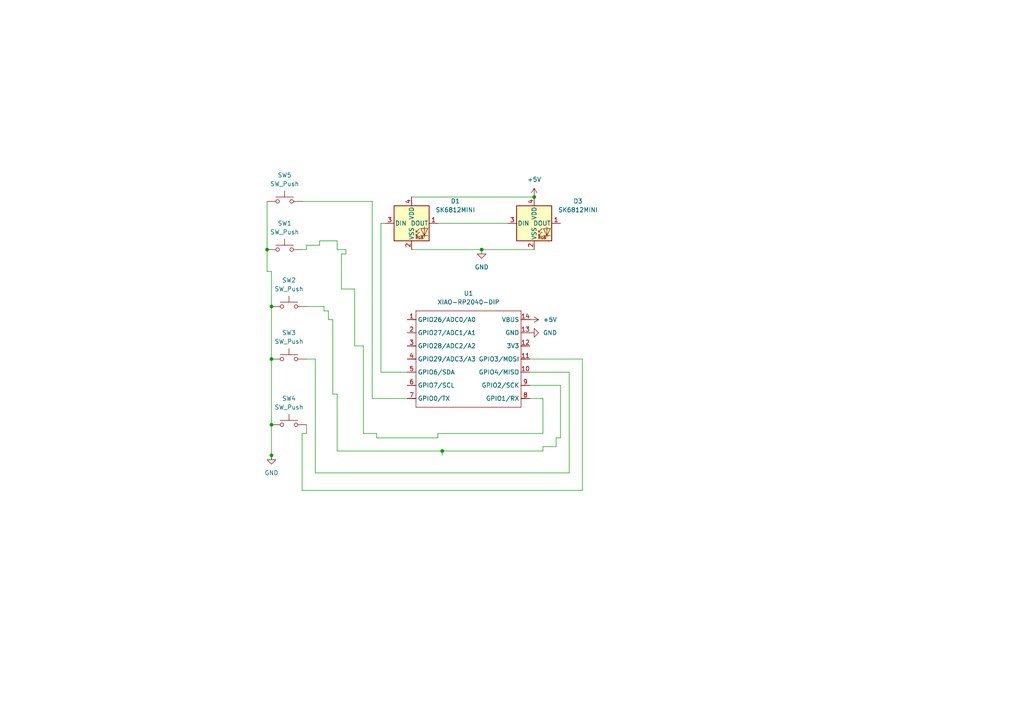
<source format=kicad_sch>
(kicad_sch (version 20250114) (generator "eeschema") (generator_version "9.0")
  (paper "A4")
  (lib_symbols
    (symbol "LED:SK6812MINI" (pin_names (offset 0.254))
      (property "Reference" "D" (at 5.08 5.715 0))
      (property "Value" "SK6812MINI" (at 1.27 -5.715 0))
      (symbol "SK6812MINI_0_0"
        (text "RGB" (at 2.286 -4.191 0) (effects (font (size 0.762 0.762))))
      )
      (symbol "SK6812MINI_0_1"
        (polyline (pts (xy 1.27 -2.54) (xy 1.778 -2.54)))
        (polyline (pts (xy 1.27 -3.556) (xy 1.778 -3.556)))
        (polyline (pts (xy 2.286 -1.524) (xy 1.27 -2.54) (xy 1.27 -2.032)))
        (polyline (pts (xy 2.286 -2.54) (xy 1.27 -3.556) (xy 1.27 -3.048)))
        (polyline (pts (xy 3.683 -1.016) (xy 3.683 -3.556) (xy 3.683 -4.064)))
        (polyline (pts (xy 4.699 -1.524) (xy 2.667 -1.524) (xy 3.683 -3.556) (xy 4.699 -1.524)))
        (polyline (pts (xy 4.699 -3.556) (xy 2.667 -3.556)))
        (rectangle (start 5.08 5.08) (end -5.08 -5.08) (stroke (width 0.254)) (fill (type background)))
      )
      (symbol "SK6812MINI_1_1"
        (pin input line (at -7.62 0 0) (length 2.54) (name "DIN") (number "3"))
        (pin power_in line (at 0 7.62 270) (length 2.54) (name "VDD") (number "4"))
        (pin power_in line (at 0 -7.62 90) (length 2.54) (name "VSS") (number "2"))
        (pin output line (at 7.62 0 180) (length 2.54) (name "DOUT") (number "1"))
      )
    )
    (symbol "OPL:XIAO-RP2040-DIP"
      (property "Reference" "U" (at 0 0 0))
      (property "Value" "XIAO-RP2040-DIP" (at 5.334 -1.778 0))
      (symbol "XIAO-RP2040-DIP_1_0"
        (polyline (pts (xy -1.27 -2.54) (xy 29.21 -2.54)) (stroke (width 0.1524)))
        (polyline (pts (xy -1.27 -5.08) (xy -2.54 -5.08)) (stroke (width 0.1524)))
        (polyline (pts (xy -1.27 -5.08) (xy -1.27 -2.54)) (stroke (width 0.1524)))
        (polyline (pts (xy -1.27 -8.89) (xy -2.54 -8.89)) (stroke (width 0.1524)))
        (polyline (pts (xy -1.27 -8.89) (xy -1.27 -5.08)) (stroke (width 0.1524)))
        (polyline (pts (xy -1.27 -12.7) (xy -2.54 -12.7)) (stroke (width 0.1524)))
        (polyline (pts (xy -1.27 -12.7) (xy -1.27 -8.89)) (stroke (width 0.1524)))
        (polyline (pts (xy -1.27 -16.51) (xy -2.54 -16.51)) (stroke (width 0.1524)))
        (polyline (pts (xy -1.27 -16.51) (xy -1.27 -12.7)) (stroke (width 0.1524)))
        (polyline (pts (xy -1.27 -20.32) (xy -2.54 -20.32)) (stroke (width 0.1524)))
        (polyline (pts (xy -1.27 -24.13) (xy -2.54 -24.13)) (stroke (width 0.1524)))
        (polyline (pts (xy -1.27 -27.94) (xy -2.54 -27.94)) (stroke (width 0.1524)))
        (polyline (pts (xy -1.27 -30.48) (xy -1.27 -16.51)) (stroke (width 0.1524)))
        (polyline (pts (xy 29.21 -2.54) (xy 29.21 -5.08)) (stroke (width 0.1524)))
        (polyline (pts (xy 29.21 -5.08) (xy 29.21 -8.89)) (stroke (width 0.1524)))
        (polyline (pts (xy 29.21 -8.89) (xy 29.21 -12.7)) (stroke (width 0.1524)))
        (polyline (pts (xy 29.21 -12.7) (xy 29.21 -30.48)) (stroke (width 0.1524)))
        (polyline (pts (xy 29.21 -30.48) (xy -1.27 -30.48)) (stroke (width 0.1524)))
        (polyline (pts (xy 30.48 -5.08) (xy 29.21 -5.08)) (stroke (width 0.1524)))
        (polyline (pts (xy 30.48 -8.89) (xy 29.21 -8.89)) (stroke (width 0.1524)))
        (polyline (pts (xy 30.48 -12.7) (xy 29.21 -12.7)) (stroke (width 0.1524)))
        (polyline (pts (xy 30.48 -16.51) (xy 29.21 -16.51)) (stroke (width 0.1524)))
        (polyline (pts (xy 30.48 -20.32) (xy 29.21 -20.32)) (stroke (width 0.1524)))
        (polyline (pts (xy 30.48 -24.13) (xy 29.21 -24.13)) (stroke (width 0.1524)))
        (polyline (pts (xy 30.48 -27.94) (xy 29.21 -27.94)) (stroke (width 0.1524)))
        (pin passive line (at -3.81 -5.08 0) (length 2.54) (name "GPIO26/ADC0/A0") (number "1"))
        (pin passive line (at -3.81 -8.89 0) (length 2.54) (name "GPIO27/ADC1/A1") (number "2"))
        (pin passive line (at -3.81 -12.7 0) (length 2.54) (name "GPIO28/ADC2/A2") (number "3"))
        (pin passive line (at -3.81 -16.51 0) (length 2.54) (name "GPIO29/ADC3/A3") (number "4"))
        (pin passive line (at -3.81 -20.32 0) (length 2.54) (name "GPIO6/SDA") (number "5"))
        (pin passive line (at -3.81 -24.13 0) (length 2.54) (name "GPIO7/SCL") (number "6"))
        (pin passive line (at -3.81 -27.94 0) (length 2.54) (name "GPIO0/TX") (number "7"))
        (pin passive line (at 31.75 -5.08 180) (length 2.54) (name "VBUS") (number "14"))
        (pin passive line (at 31.75 -8.89 180) (length 2.54) (name "GND") (number "13"))
        (pin passive line (at 31.75 -12.7 180) (length 2.54) (name "3V3") (number "12"))
        (pin passive line (at 31.75 -16.51 180) (length 2.54) (name "GPIO3/MOSI") (number "11"))
        (pin passive line (at 31.75 -20.32 180) (length 2.54) (name "GPIO4/MISO") (number "10"))
        (pin passive line (at 31.75 -24.13 180) (length 2.54) (name "GPIO2/SCK") (number "9"))
        (pin passive line (at 31.75 -27.94 180) (length 2.54) (name "GPIO1/RX") (number "8"))
      )
    )
    (symbol "Switch:SW_Push" (pin_numbers (hide yes)) (pin_names (offset 1.016) (hide yes))
      (property "Reference" "SW" (at 1.27 2.54 0))
      (property "Value" "SW_Push" (at 0 -1.524 0))
      (symbol "SW_Push_0_1"
        (circle (center -2.032 0) (radius 0.508))
        (polyline (pts (xy 0 1.27) (xy 0 3.048)))
        (circle (center 2.032 0) (radius 0.508))
        (polyline (pts (xy 2.54 1.27) (xy -2.54 1.27)))
        (pin passive line (at -5.08 0 0) (length 2.54) (name "1") (number "1"))
        (pin passive line (at 5.08 0 180) (length 2.54) (name "2") (number "2"))
      )
    )
    (symbol "power:+5V" (power) (pin_numbers (hide yes)) (pin_names (offset 0) (hide yes))
      (property "Value" "+5V" (at 0 3.556 0))
      (symbol "+5V_0_1"
        (polyline (pts (xy -0.762 1.27) (xy 0 2.54)))
        (polyline (pts (xy 0 2.54) (xy 0.762 1.27)))
        (polyline (pts (xy 0 0) (xy 0 2.54)))
      )
      (symbol "+5V_1_1"
        (pin power_in line (at 0 0 90) (length 0) (name "~") (number "1"))
      )
    )
    (symbol "power:GND" (power) (pin_numbers (hide yes)) (pin_names (offset 0) (hide yes))
      (property "Value" "GND" (at 0 -3.81 0))
      (symbol "GND_0_1"
        (polyline (pts (xy 0 0) (xy 0 -1.27) (xy 1.27 -1.27) (xy 0 -2.54) (xy -1.27 -1.27) (xy 0 -1.27)))
      )
      (symbol "GND_1_1"
        (pin power_in line (at 0 0 270) (length 0) (name "~") (number "1"))
      )
    )
  )
  (junction (at 78.74 132.08))
  (junction (at 78.74 88.9))
  (junction (at 154.94 57.15))
  (junction (at 128.27 130.81))
  (junction (at 78.74 123.19))
  (junction (at 77.47 72.39))
  (junction (at 78.74 104.14))
  (junction (at 139.7 72.39))
  (wire (pts (xy 99.06 73.66) (xy 99.06 83.82)))
  (wire (pts (xy 153.67 115.57) (xy 157.48 115.57)))
  (wire (pts (xy 118.11 107.95) (xy 110.49 107.95)))
  (wire (pts (xy 77.47 58.42) (xy 77.47 72.39)))
  (wire (pts (xy 97.79 114.3) (xy 96.52 114.3)))
  (wire (pts (xy 96.52 92.71) (xy 95.25 92.71)))
  (wire (pts (xy 110.49 64.77) (xy 111.76 64.77)))
  (wire (pts (xy 105.41 100.33) (xy 102.87 100.33)))
  (wire (pts (xy 100.33 73.66) (xy 100.33 72.39)))
  (wire (pts (xy 78.74 78.74) (xy 78.74 88.9)))
  (wire (pts (xy 162.56 111.76) (xy 162.56 127)))
  (wire (pts (xy 109.22 127) (xy 109.22 125.73)))
  (wire (pts (xy 157.48 129.54) (xy 157.48 130.81)))
  (wire (pts (xy 128.27 130.81) (xy 157.48 130.81)))
  (wire (pts (xy 88.9 71.12) (xy 92.71 71.12)))
  (wire (pts (xy 128.27 130.81) (xy 128.27 132.08)))
  (wire (pts (xy 95.25 90.17) (xy 93.98 90.17)))
  (wire (pts (xy 96.52 92.71) (xy 96.52 114.3)))
  (wire (pts (xy 157.48 129.54) (xy 161.29 129.54)))
  (wire (pts (xy 87.63 125.73) (xy 88.9 125.73)))
  (wire (pts (xy 107.95 115.57) (xy 107.95 58.42)))
  (wire (pts (xy 161.29 127) (xy 161.29 129.54)))
  (wire (pts (xy 93.98 90.17) (xy 93.98 88.9)))
  (wire (pts (xy 99.06 73.66) (xy 100.33 73.66)))
  (wire (pts (xy 153.67 107.95) (xy 165.1 107.95)))
  (wire (pts (xy 92.71 69.85) (xy 92.71 71.12)))
  (wire (pts (xy 168.91 142.24) (xy 87.63 142.24)))
  (wire (pts (xy 153.67 111.76) (xy 162.56 111.76)))
  (wire (pts (xy 105.41 125.73) (xy 109.22 125.73)))
  (wire (pts (xy 168.91 104.14) (xy 168.91 142.24)))
  (wire (pts (xy 88.9 125.73) (xy 88.9 123.19)))
  (wire (pts (xy 97.79 69.85) (xy 92.71 69.85)))
  (wire (pts (xy 107.95 58.42) (xy 87.63 58.42)))
  (wire (pts (xy 88.9 104.14) (xy 91.44 104.14)))
  (wire (pts (xy 78.74 123.19) (xy 78.74 132.08)))
  (wire (pts (xy 77.47 78.74) (xy 78.74 78.74)))
  (wire (pts (xy 127 125.73) (xy 127 127)))
  (wire (pts (xy 119.38 72.39) (xy 139.7 72.39)))
  (wire (pts (xy 77.47 72.39) (xy 77.47 78.74)))
  (wire (pts (xy 97.79 69.85) (xy 97.79 72.39)))
  (wire (pts (xy 87.63 142.24) (xy 87.63 125.73)))
  (wire (pts (xy 105.41 100.33) (xy 105.41 125.73)))
  (wire (pts (xy 165.1 137.16) (xy 91.44 137.16)))
  (wire (pts (xy 97.79 72.39) (xy 100.33 72.39)))
  (wire (pts (xy 127 64.77) (xy 147.32 64.77)))
  (wire (pts (xy 157.48 115.57) (xy 157.48 125.73)))
  (wire (pts (xy 153.67 104.14) (xy 168.91 104.14)))
  (wire (pts (xy 165.1 107.95) (xy 165.1 137.16)))
  (wire (pts (xy 139.7 72.39) (xy 154.94 72.39)))
  (wire (pts (xy 127 125.73) (xy 157.48 125.73)))
  (wire (pts (xy 78.74 132.08) (xy 78.74 133.35)))
  (wire (pts (xy 102.87 83.82) (xy 99.06 83.82)))
  (wire (pts (xy 102.87 83.82) (xy 102.87 100.33)))
  (wire (pts (xy 78.74 88.9) (xy 78.74 104.14)))
  (wire (pts (xy 97.79 114.3) (xy 97.79 130.81)))
  (wire (pts (xy 119.38 57.15) (xy 154.94 57.15)))
  (wire (pts (xy 78.74 104.14) (xy 78.74 123.19)))
  (wire (pts (xy 95.25 90.17) (xy 95.25 92.71)))
  (wire (pts (xy 110.49 107.95) (xy 110.49 64.77)))
  (wire (pts (xy 91.44 104.14) (xy 91.44 137.16)))
  (wire (pts (xy 88.9 88.9) (xy 93.98 88.9)))
  (wire (pts (xy 88.9 71.12) (xy 88.9 72.39)))
  (wire (pts (xy 87.63 72.39) (xy 88.9 72.39)))
  (wire (pts (xy 118.11 115.57) (xy 107.95 115.57)))
  (wire (pts (xy 109.22 127) (xy 127 127)))
  (wire (pts (xy 162.56 127) (xy 161.29 127)))
  (wire (pts (xy 97.79 130.81) (xy 128.27 130.81)))
  (symbol (lib_id "Switch:SW_Push") (at 83.82 123.19 0) (unit 1)
    (property "Reference" "SW4" (at 83.82 115.57 0))
    (property "Value" "SW_Push" (at 83.82 118.11 0))
    (property "Footprint" "Button_Switch_Keyboard:SW_Cherry_MX_1.00u_PCB" (effects (hide yes)))
    (property "Description" "Push button switch, generic, two pins" (effects (hide yes)))
  )
  (symbol (lib_id "power:+5V") (at 153.67 92.71 270) (unit 1)
    (property "Reference" "#PWR03" (effects (hide yes)))
    (property "Value" "+5V" (at 157.48 92.7099 90) (effects (justify left)))
    (property "Description" "Power symbol creates a global label with name \"+5V\"" (effects (hide yes)))
  )
  (symbol (lib_id "Switch:SW_Push") (at 82.55 72.39 0) (unit 1)
    (property "Reference" "SW1" (at 82.55 64.77 0))
    (property "Value" "SW_Push" (at 82.55 67.31 0))
    (property "Footprint" "Button_Switch_Keyboard:SW_Cherry_MX_1.00u_PCB" (effects (hide yes)))
    (property "Description" "Push button switch, generic, two pins" (effects (hide yes)))
  )
  (symbol (lib_id "Switch:SW_Push") (at 83.82 88.9 0) (unit 1)
    (property "Reference" "SW2" (at 83.82 81.28 0))
    (property "Value" "SW_Push" (at 83.82 83.82 0))
    (property "Footprint" "Button_Switch_Keyboard:SW_Cherry_MX_1.00u_PCB" (effects (hide yes)))
    (property "Description" "Push button switch, generic, two pins" (effects (hide yes)))
  )
  (symbol (lib_id "Switch:SW_Push") (at 83.82 104.14 0) (unit 1)
    (property "Reference" "SW3" (at 83.82 96.52 0))
    (property "Value" "SW_Push" (at 83.82 99.06 0))
    (property "Footprint" "Button_Switch_Keyboard:SW_Cherry_MX_1.00u_PCB" (effects (hide yes)))
    (property "Description" "Push button switch, generic, two pins" (effects (hide yes)))
  )
  (symbol (lib_id "OPL:XIAO-RP2040-DIP") (at 121.92 87.63 0) (unit 1)
    (property "Reference" "U1" (at 135.89 85.09 0))
    (property "Value" "XIAO-RP2040-DIP" (at 135.89 87.63 0))
    (property "Footprint" "KiCAD OPL:XIAO-RP2040-DIP" (effects (hide yes)))
  )
  (symbol (lib_id "power:GND") (at 153.67 96.52 90) (unit 1)
    (property "Reference" "#PWR02" (effects (hide yes)))
    (property "Value" "GND" (at 157.48 96.5199 90) (effects (justify right)))
    (property "Description" "Power symbol creates a global label with name \"GND\" , ground" (effects (hide yes)))
  )
  (symbol (lib_id "power:GND") (at 139.7 72.39 0) (unit 1)
    (property "Reference" "#PWR05" (effects (hide yes)))
    (property "Value" "GND" (at 139.7 77.47 0))
    (property "Description" "Power symbol creates a global label with name \"GND\" , ground" (effects (hide yes)))
  )
  (symbol (lib_id "LED:SK6812MINI") (at 154.94 64.77 0) (unit 1)
    (property "Reference" "D3" (at 167.64 58.3498 0))
    (property "Value" "SK6812MINI" (at 167.64 60.8898 0))
    (property "Footprint" "LED_SMD:LED_SK6812MINI_PLCC4_3.5x3.5mm_P1.75mm" (effects (hide yes)))
    (property "Datasheet" "https://cdn-shop.adafruit.com/product-files/2686/SK6812MINI_REV.01-1-2.pdf" (effects (hide yes)))
    (property "Description" "RGB LED with integrated controller" (effects (hide yes)))
  )
  (symbol (lib_id "power:GND") (at 78.74 132.08 0) (unit 1)
    (property "Reference" "#PWR01" (effects (hide yes)))
    (property "Value" "GND" (at 78.74 137.16 0))
    (property "Description" "Power symbol creates a global label with name \"GND\" , ground" (effects (hide yes)))
  )
  (symbol (lib_id "power:+5V") (at 154.94 57.15 0) (unit 1)
    (property "Reference" "#PWR04" (effects (hide yes)))
    (property "Value" "+5V" (at 154.94 52.07 0))
    (property "Description" "Power symbol creates a global label with name \"+5V\"" (effects (hide yes)))
  )
  (symbol (lib_id "LED:SK6812MINI") (at 119.38 64.77 0) (unit 1)
    (property "Reference" "D1" (at 132.08 58.3498 0))
    (property "Value" "SK6812MINI" (at 132.08 60.8898 0))
    (property "Footprint" "LED_SMD:LED_SK6812MINI_PLCC4_3.5x3.5mm_P1.75mm" (effects (hide yes)))
    (property "Datasheet" "https://cdn-shop.adafruit.com/product-files/2686/SK6812MINI_REV.01-1-2.pdf" (effects (hide yes)))
    (property "Description" "RGB LED with integrated controller" (effects (hide yes)))
  )
  (symbol (lib_id "Switch:SW_Push") (at 82.55 58.42 0) (unit 1)
    (property "Reference" "SW5" (at 82.55 50.8 0))
    (property "Value" "SW_Push" (at 82.55 53.34 0))
    (property "Footprint" "Button_Switch_Keyboard:SW_Cherry_MX_1.00u_PCB" (effects (hide yes)))
    (property "Description" "Push button switch, generic, two pins" (effects (hide yes)))
  )
)
</source>
